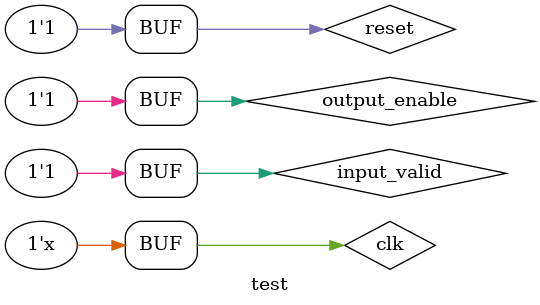
<source format=v>
`timescale 1ns / 1ps


module test ();
reg clk,reset;
reg input_valid,output_enable;
reg [3:0]Data_in;
wire output_valid,input_enable;
wire [7:0] Data_out_0,Data_out_1,Data_out_2,Data_out_3,Data_out_4,Data_out_5,Data_out_6,Data_out_7;
initial begin
clk = 0;
reset = 0;
input_valid= 0;
output_enable= 0;
Data_in=0;
#20 reset = 1;
end
always #10 
begin 
clk=~clk;
input_valid=1;
output_enable=1;
Data_in={$random}%16;
end
FIFO A(.clk(clk),
        .reset(reset),
        .input_valid(input_valid),
        .input_enable(input_enable),
        .output_valid(output_valid),
        .output_enable(output_enable),
        .Data_in(Data_in),
        .Data_out_0(Data_out_0),
        .Data_out_1(Data_out_1),
        .Data_out_2(Data_out_2),
        .Data_out_3(Data_out_3),
        .Data_out_4(Data_out_4),
        .Data_out_5(Data_out_5),
        .Data_out_6(Data_out_6),
        .Data_out_7(Data_out_7)
        );

endmodule

</source>
